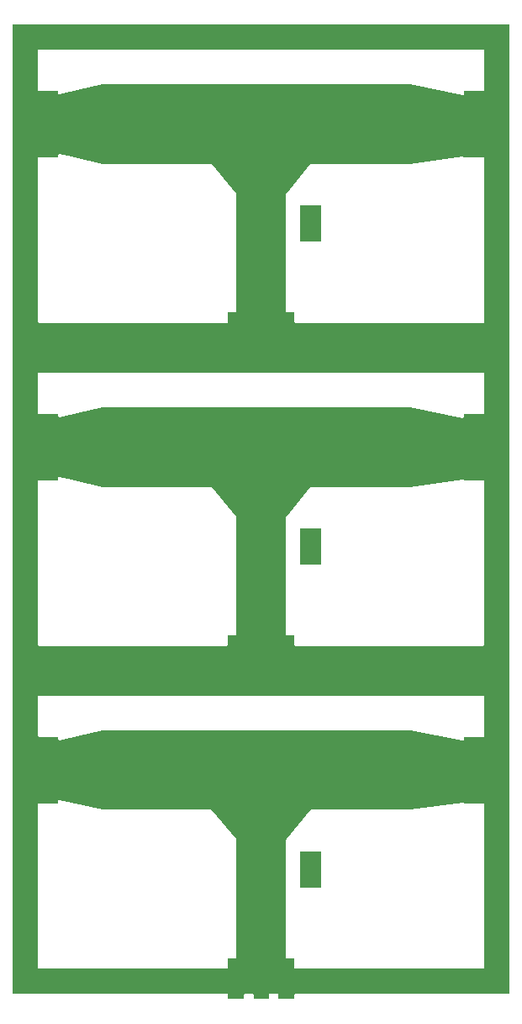
<source format=gbr>
G04 #@! TF.GenerationSoftware,KiCad,Pcbnew,(5.1.5)-3*
G04 #@! TF.CreationDate,2021-12-07T11:44:26+01:00*
G04 #@! TF.ProjectId,stitched capcoupler,73746974-6368-4656-9420-636170636f75,rev?*
G04 #@! TF.SameCoordinates,Original*
G04 #@! TF.FileFunction,Soldermask,Top*
G04 #@! TF.FilePolarity,Negative*
%FSLAX46Y46*%
G04 Gerber Fmt 4.6, Leading zero omitted, Abs format (unit mm)*
G04 Created by KiCad (PCBNEW (5.1.5)-3) date 2021-12-07 11:44:26*
%MOMM*%
%LPD*%
G04 APERTURE LIST*
%ADD10C,0.100000*%
G04 APERTURE END LIST*
D10*
G36*
X100000000Y-67500000D02*
G01*
X78465999Y-67500000D01*
X78441613Y-67502402D01*
X78418164Y-67509515D01*
X78396553Y-67521066D01*
X78377611Y-67536611D01*
X78362066Y-67555553D01*
X78350515Y-67577164D01*
X78343402Y-67600613D01*
X78341000Y-67624999D01*
X78341000Y-68051000D01*
X76739000Y-68051000D01*
X76739000Y-67624999D01*
X76736598Y-67600613D01*
X76729485Y-67577164D01*
X76717934Y-67555553D01*
X76702389Y-67536611D01*
X76683447Y-67521066D01*
X76661836Y-67509515D01*
X76638387Y-67502402D01*
X76614001Y-67500000D01*
X75875999Y-67500000D01*
X75851613Y-67502402D01*
X75828164Y-67509515D01*
X75806553Y-67521066D01*
X75787611Y-67536611D01*
X75772066Y-67555553D01*
X75760515Y-67577164D01*
X75753402Y-67600613D01*
X75751000Y-67624999D01*
X75751000Y-68051000D01*
X74249000Y-68051000D01*
X74249000Y-67624999D01*
X74246598Y-67600613D01*
X74239485Y-67577164D01*
X74227934Y-67555553D01*
X74212389Y-67536611D01*
X74193447Y-67521066D01*
X74171836Y-67509515D01*
X74148387Y-67502402D01*
X74124001Y-67500000D01*
X73385999Y-67500000D01*
X73361613Y-67502402D01*
X73338164Y-67509515D01*
X73316553Y-67521066D01*
X73297611Y-67536611D01*
X73282066Y-67555553D01*
X73270515Y-67577164D01*
X73263402Y-67600613D01*
X73261000Y-67624999D01*
X73261000Y-68051000D01*
X71659000Y-68051000D01*
X71659000Y-67624999D01*
X71656598Y-67600613D01*
X71649485Y-67577164D01*
X71637934Y-67555553D01*
X71622389Y-67536611D01*
X71603447Y-67521066D01*
X71581836Y-67509515D01*
X71558387Y-67502402D01*
X71534001Y-67500000D01*
X50000000Y-67500000D01*
X50000000Y-48465999D01*
X52500000Y-48465999D01*
X52500000Y-64875001D01*
X52502402Y-64899387D01*
X52509515Y-64922836D01*
X52521066Y-64944447D01*
X52536611Y-64963389D01*
X52555553Y-64978934D01*
X52577164Y-64990485D01*
X52600613Y-64997598D01*
X52624999Y-65000000D01*
X71534001Y-65000000D01*
X71558387Y-64997598D01*
X71581836Y-64990485D01*
X71603447Y-64978934D01*
X71622389Y-64963389D01*
X71637934Y-64944447D01*
X71649485Y-64922836D01*
X71656598Y-64899387D01*
X71659000Y-64875001D01*
X71659000Y-63949000D01*
X72375001Y-63949000D01*
X72399387Y-63946598D01*
X72422836Y-63939485D01*
X72444447Y-63927934D01*
X72463389Y-63912389D01*
X72478934Y-63893447D01*
X72490485Y-63871836D01*
X72497598Y-63848387D01*
X72500000Y-63824001D01*
X72500000Y-52045256D01*
X77500000Y-52045256D01*
X77500000Y-63824001D01*
X77502402Y-63848387D01*
X77509515Y-63871836D01*
X77521066Y-63893447D01*
X77536611Y-63912389D01*
X77555553Y-63927934D01*
X77577164Y-63939485D01*
X77600613Y-63946598D01*
X77624999Y-63949000D01*
X78341000Y-63949000D01*
X78341000Y-64875001D01*
X78343402Y-64899387D01*
X78350515Y-64922836D01*
X78362066Y-64944447D01*
X78377611Y-64963389D01*
X78396553Y-64978934D01*
X78418164Y-64990485D01*
X78441613Y-64997598D01*
X78465999Y-65000000D01*
X97375001Y-65000000D01*
X97399387Y-64997598D01*
X97422836Y-64990485D01*
X97444447Y-64978934D01*
X97463389Y-64963389D01*
X97478934Y-64944447D01*
X97490485Y-64922836D01*
X97497598Y-64899387D01*
X97500000Y-64875001D01*
X97500000Y-48465999D01*
X97497598Y-48441613D01*
X97490485Y-48418164D01*
X97478934Y-48396553D01*
X97463389Y-48377611D01*
X97444447Y-48362066D01*
X97422836Y-48350515D01*
X97399387Y-48343402D01*
X97375001Y-48341000D01*
X95423181Y-48341000D01*
X95412389Y-48327850D01*
X95393447Y-48312305D01*
X95371836Y-48300754D01*
X95348387Y-48293641D01*
X95324001Y-48291239D01*
X95307481Y-48292336D01*
X94667918Y-48377611D01*
X90000000Y-49000000D01*
X80058546Y-49000000D01*
X80034160Y-49002402D01*
X80010711Y-49009515D01*
X79989100Y-49021066D01*
X79962519Y-49044977D01*
X77528972Y-51965234D01*
X77515206Y-51985505D01*
X77505658Y-52008073D01*
X77500697Y-52032069D01*
X77500000Y-52045256D01*
X72500000Y-52045256D01*
X72497598Y-52020870D01*
X72490485Y-51997421D01*
X72478934Y-51975810D01*
X72471028Y-51965234D01*
X70037481Y-49044977D01*
X70020024Y-49027780D01*
X69999548Y-49014320D01*
X69976839Y-49005113D01*
X69941454Y-49000000D01*
X59000000Y-49000000D01*
X55928702Y-48291239D01*
X54704106Y-48008640D01*
X54679805Y-48005497D01*
X54655357Y-48007155D01*
X54631702Y-48013551D01*
X54609750Y-48024439D01*
X54590343Y-48039400D01*
X54574229Y-48057860D01*
X54562025Y-48079109D01*
X54554201Y-48102331D01*
X54551000Y-48130438D01*
X54551000Y-48341000D01*
X52624999Y-48341000D01*
X52600613Y-48343402D01*
X52577164Y-48350515D01*
X52555553Y-48362066D01*
X52536611Y-48377611D01*
X52521066Y-48396553D01*
X52509515Y-48418164D01*
X52502402Y-48441613D01*
X52500000Y-48465999D01*
X50000000Y-48465999D01*
X50000000Y-37624999D01*
X52500000Y-37624999D01*
X52500000Y-41534001D01*
X52502402Y-41558387D01*
X52509515Y-41581836D01*
X52521066Y-41603447D01*
X52536611Y-41622389D01*
X52555553Y-41637934D01*
X52577164Y-41649485D01*
X52600613Y-41656598D01*
X52624999Y-41659000D01*
X54551000Y-41659000D01*
X54551000Y-41869562D01*
X54553402Y-41893948D01*
X54560515Y-41917397D01*
X54572066Y-41939008D01*
X54587611Y-41957950D01*
X54606553Y-41973495D01*
X54628164Y-41985046D01*
X54651613Y-41992159D01*
X54675999Y-41994561D01*
X54704106Y-41991360D01*
X56848598Y-41496477D01*
X59000000Y-41000000D01*
X90000000Y-41000000D01*
X90006048Y-41001210D01*
X90006052Y-41001210D01*
X95299487Y-42059897D01*
X95323870Y-42062324D01*
X95348259Y-42059948D01*
X95371715Y-42052859D01*
X95393338Y-42041330D01*
X95412296Y-42025805D01*
X95427861Y-42006879D01*
X95439435Y-41985281D01*
X95446573Y-41961839D01*
X95449000Y-41937325D01*
X95449000Y-41659000D01*
X97375001Y-41659000D01*
X97399387Y-41656598D01*
X97422836Y-41649485D01*
X97444447Y-41637934D01*
X97463389Y-41622389D01*
X97478934Y-41603447D01*
X97490485Y-41581836D01*
X97497598Y-41558387D01*
X97500000Y-41534001D01*
X97500000Y-37624999D01*
X97497598Y-37600613D01*
X97490485Y-37577164D01*
X97478934Y-37555553D01*
X97463389Y-37536611D01*
X97444447Y-37521066D01*
X97422836Y-37509515D01*
X97399387Y-37502402D01*
X97375001Y-37500000D01*
X52624999Y-37500000D01*
X52600613Y-37502402D01*
X52577164Y-37509515D01*
X52555553Y-37521066D01*
X52536611Y-37536611D01*
X52521066Y-37555553D01*
X52509515Y-37577164D01*
X52502402Y-37600613D01*
X52500000Y-37624999D01*
X50000000Y-37624999D01*
X50000000Y-15965999D01*
X52500000Y-15965999D01*
X52500000Y-32375001D01*
X52502402Y-32399387D01*
X52509515Y-32422836D01*
X52521066Y-32444447D01*
X52536611Y-32463389D01*
X52555553Y-32478934D01*
X52577164Y-32490485D01*
X52600613Y-32497598D01*
X52624999Y-32500000D01*
X71534001Y-32500000D01*
X71558387Y-32497598D01*
X71581836Y-32490485D01*
X71603447Y-32478934D01*
X71622389Y-32463389D01*
X71637934Y-32444447D01*
X71649485Y-32422836D01*
X71656598Y-32399387D01*
X71659000Y-32375001D01*
X71659000Y-31449000D01*
X72375001Y-31449000D01*
X72399387Y-31446598D01*
X72422836Y-31439485D01*
X72444447Y-31427934D01*
X72463389Y-31412389D01*
X72478934Y-31393447D01*
X72490485Y-31371836D01*
X72497598Y-31348387D01*
X72500000Y-31324001D01*
X72500000Y-19545256D01*
X77500000Y-19545256D01*
X77500000Y-31324001D01*
X77502402Y-31348387D01*
X77509515Y-31371836D01*
X77521066Y-31393447D01*
X77536611Y-31412389D01*
X77555553Y-31427934D01*
X77577164Y-31439485D01*
X77600613Y-31446598D01*
X77624999Y-31449000D01*
X78341000Y-31449000D01*
X78341000Y-32375001D01*
X78343402Y-32399387D01*
X78350515Y-32422836D01*
X78362066Y-32444447D01*
X78377611Y-32463389D01*
X78396553Y-32478934D01*
X78418164Y-32490485D01*
X78441613Y-32497598D01*
X78465999Y-32500000D01*
X97375001Y-32500000D01*
X97399387Y-32497598D01*
X97422836Y-32490485D01*
X97444447Y-32478934D01*
X97463389Y-32463389D01*
X97478934Y-32444447D01*
X97490485Y-32422836D01*
X97497598Y-32399387D01*
X97500000Y-32375001D01*
X97500000Y-15965999D01*
X97497598Y-15941613D01*
X97490485Y-15918164D01*
X97478934Y-15896553D01*
X97463389Y-15877611D01*
X97444447Y-15862066D01*
X97422836Y-15850515D01*
X97399387Y-15843402D01*
X97375001Y-15841000D01*
X95423181Y-15841000D01*
X95412389Y-15827850D01*
X95393447Y-15812305D01*
X95371836Y-15800754D01*
X95348387Y-15793641D01*
X95324001Y-15791239D01*
X95307481Y-15792336D01*
X94667918Y-15877611D01*
X90000000Y-16500000D01*
X80058546Y-16500000D01*
X80034160Y-16502402D01*
X80010711Y-16509515D01*
X79989100Y-16521066D01*
X79962519Y-16544977D01*
X77528972Y-19465234D01*
X77515206Y-19485505D01*
X77505658Y-19508073D01*
X77500697Y-19532069D01*
X77500000Y-19545256D01*
X72500000Y-19545256D01*
X72497598Y-19520870D01*
X72490485Y-19497421D01*
X72478934Y-19475810D01*
X72471028Y-19465234D01*
X70037481Y-16544977D01*
X70020024Y-16527780D01*
X69999548Y-16514320D01*
X69976839Y-16505113D01*
X69941454Y-16500000D01*
X59000000Y-16500000D01*
X55928702Y-15791239D01*
X54704106Y-15508640D01*
X54679805Y-15505497D01*
X54655357Y-15507155D01*
X54631702Y-15513551D01*
X54609750Y-15524439D01*
X54590343Y-15539400D01*
X54574229Y-15557860D01*
X54562025Y-15579109D01*
X54554201Y-15602331D01*
X54551000Y-15630438D01*
X54551000Y-15841000D01*
X52624999Y-15841000D01*
X52600613Y-15843402D01*
X52577164Y-15850515D01*
X52555553Y-15862066D01*
X52536611Y-15877611D01*
X52521066Y-15896553D01*
X52509515Y-15918164D01*
X52502402Y-15941613D01*
X52500000Y-15965999D01*
X50000000Y-15965999D01*
X50000000Y-5124999D01*
X52500000Y-5124999D01*
X52500000Y-9034001D01*
X52502402Y-9058387D01*
X52509515Y-9081836D01*
X52521066Y-9103447D01*
X52536611Y-9122389D01*
X52555553Y-9137934D01*
X52577164Y-9149485D01*
X52600613Y-9156598D01*
X52624999Y-9159000D01*
X54551000Y-9159000D01*
X54551000Y-9369562D01*
X54553402Y-9393948D01*
X54560515Y-9417397D01*
X54572066Y-9439008D01*
X54587611Y-9457950D01*
X54606553Y-9473495D01*
X54628164Y-9485046D01*
X54651613Y-9492159D01*
X54675999Y-9494561D01*
X54704106Y-9491360D01*
X56848597Y-8996478D01*
X59000000Y-8500000D01*
X90000000Y-8500000D01*
X90006048Y-8501210D01*
X90006052Y-8501210D01*
X95299487Y-9559897D01*
X95323870Y-9562324D01*
X95348259Y-9559948D01*
X95371715Y-9552859D01*
X95393338Y-9541330D01*
X95412296Y-9525805D01*
X95427861Y-9506879D01*
X95439435Y-9485281D01*
X95446573Y-9461839D01*
X95449000Y-9437325D01*
X95449000Y-9159000D01*
X97375001Y-9159000D01*
X97399387Y-9156598D01*
X97422836Y-9149485D01*
X97444447Y-9137934D01*
X97463389Y-9122389D01*
X97478934Y-9103447D01*
X97490485Y-9081836D01*
X97497598Y-9058387D01*
X97500000Y-9034001D01*
X97500000Y-5124999D01*
X97497598Y-5100613D01*
X97490485Y-5077164D01*
X97478934Y-5055553D01*
X97463389Y-5036611D01*
X97444447Y-5021066D01*
X97422836Y-5009515D01*
X97399387Y-5002402D01*
X97375001Y-5000000D01*
X52624999Y-5000000D01*
X52600613Y-5002402D01*
X52577164Y-5009515D01*
X52555553Y-5021066D01*
X52536611Y-5036611D01*
X52521066Y-5055553D01*
X52509515Y-5077164D01*
X52502402Y-5100613D01*
X52500000Y-5124999D01*
X50000000Y-5124999D01*
X50000000Y16534001D01*
X52500000Y16534001D01*
X52500000Y124999D01*
X52502402Y100613D01*
X52509515Y77164D01*
X52521066Y55553D01*
X52536611Y36611D01*
X52555553Y21066D01*
X52577164Y9515D01*
X52600613Y2402D01*
X52624999Y0D01*
X71534001Y0D01*
X71558387Y2402D01*
X71581836Y9515D01*
X71603447Y21066D01*
X71622389Y36611D01*
X71637934Y55553D01*
X71649485Y77164D01*
X71656598Y100613D01*
X71659000Y124999D01*
X71659000Y1051000D01*
X72375001Y1051000D01*
X72399387Y1053402D01*
X72422836Y1060515D01*
X72444447Y1072066D01*
X72463389Y1087611D01*
X72478934Y1106553D01*
X72490485Y1128164D01*
X72497598Y1151613D01*
X72500000Y1175999D01*
X72500000Y12954744D01*
X77500000Y12954744D01*
X77500000Y1175999D01*
X77502402Y1151613D01*
X77509515Y1128164D01*
X77521066Y1106553D01*
X77536611Y1087611D01*
X77555553Y1072066D01*
X77577164Y1060515D01*
X77600613Y1053402D01*
X77624999Y1051000D01*
X78341000Y1051000D01*
X78341000Y124999D01*
X78343402Y100613D01*
X78350515Y77164D01*
X78362066Y55553D01*
X78377611Y36611D01*
X78396553Y21066D01*
X78418164Y9515D01*
X78441613Y2402D01*
X78465999Y0D01*
X97375001Y0D01*
X97399387Y2402D01*
X97422836Y9515D01*
X97444447Y21066D01*
X97463389Y36611D01*
X97478934Y55553D01*
X97490485Y77164D01*
X97497598Y100613D01*
X97500000Y124999D01*
X97500000Y16534001D01*
X97497598Y16558387D01*
X97490485Y16581836D01*
X97478934Y16603447D01*
X97463389Y16622389D01*
X97444447Y16637934D01*
X97422836Y16649485D01*
X97399387Y16656598D01*
X97375001Y16659000D01*
X95423181Y16659000D01*
X95412389Y16672150D01*
X95393447Y16687695D01*
X95371836Y16699246D01*
X95348387Y16706359D01*
X95324001Y16708761D01*
X95307481Y16707664D01*
X94667918Y16622389D01*
X90000000Y16000000D01*
X80058546Y16000000D01*
X80034160Y15997598D01*
X80010711Y15990485D01*
X79989100Y15978934D01*
X79962519Y15955023D01*
X77528972Y13034766D01*
X77515206Y13014495D01*
X77505658Y12991927D01*
X77500697Y12967931D01*
X77500000Y12954744D01*
X72500000Y12954744D01*
X72497598Y12979130D01*
X72490485Y13002579D01*
X72478934Y13024190D01*
X72471028Y13034766D01*
X70037481Y15955023D01*
X70020024Y15972220D01*
X69999548Y15985680D01*
X69976839Y15994887D01*
X69941454Y16000000D01*
X59000000Y16000000D01*
X55928702Y16708761D01*
X54704106Y16991360D01*
X54679805Y16994503D01*
X54655357Y16992845D01*
X54631702Y16986449D01*
X54609750Y16975561D01*
X54590343Y16960600D01*
X54574229Y16942140D01*
X54562025Y16920891D01*
X54554201Y16897669D01*
X54551000Y16869562D01*
X54551000Y16659000D01*
X52624999Y16659000D01*
X52600613Y16656598D01*
X52577164Y16649485D01*
X52555553Y16637934D01*
X52536611Y16622389D01*
X52521066Y16603447D01*
X52509515Y16581836D01*
X52502402Y16558387D01*
X52500000Y16534001D01*
X50000000Y16534001D01*
X50000000Y27375001D01*
X52500000Y27375001D01*
X52500000Y23465999D01*
X52502402Y23441613D01*
X52509515Y23418164D01*
X52521066Y23396553D01*
X52536611Y23377611D01*
X52555553Y23362066D01*
X52577164Y23350515D01*
X52600613Y23343402D01*
X52624999Y23341000D01*
X54551000Y23341000D01*
X54551000Y23130438D01*
X54553402Y23106052D01*
X54560515Y23082603D01*
X54572066Y23060992D01*
X54587611Y23042050D01*
X54606553Y23026505D01*
X54628164Y23014954D01*
X54651613Y23007841D01*
X54675999Y23005439D01*
X54704106Y23008640D01*
X56848597Y23503522D01*
X59000000Y24000000D01*
X90000000Y24000000D01*
X90006048Y23998790D01*
X90006052Y23998790D01*
X95299487Y22940103D01*
X95323870Y22937676D01*
X95348259Y22940052D01*
X95371715Y22947141D01*
X95393338Y22958670D01*
X95412296Y22974195D01*
X95427861Y22993121D01*
X95439435Y23014719D01*
X95446573Y23038161D01*
X95449000Y23062675D01*
X95449000Y23341000D01*
X97375001Y23341000D01*
X97399387Y23343402D01*
X97422836Y23350515D01*
X97444447Y23362066D01*
X97463389Y23377611D01*
X97478934Y23396553D01*
X97490485Y23418164D01*
X97497598Y23441613D01*
X97500000Y23465999D01*
X97500000Y27375001D01*
X97497598Y27399387D01*
X97490485Y27422836D01*
X97478934Y27444447D01*
X97463389Y27463389D01*
X97444447Y27478934D01*
X97422836Y27490485D01*
X97399387Y27497598D01*
X97375001Y27500000D01*
X52624999Y27500000D01*
X52600613Y27497598D01*
X52577164Y27490485D01*
X52555553Y27478934D01*
X52536611Y27463389D01*
X52521066Y27444447D01*
X52509515Y27422836D01*
X52502402Y27399387D01*
X52500000Y27375001D01*
X50000000Y27375001D01*
X50000000Y30000000D01*
X100000000Y30000000D01*
X100000000Y-67500000D01*
G37*
G36*
X81051000Y-56801000D02*
G01*
X78949000Y-56801000D01*
X78949000Y-53199000D01*
X81051000Y-53199000D01*
X81051000Y-56801000D01*
G37*
G36*
X81051000Y-24301000D02*
G01*
X78949000Y-24301000D01*
X78949000Y-20699000D01*
X81051000Y-20699000D01*
X81051000Y-24301000D01*
G37*
G36*
X81051000Y8199000D02*
G01*
X78949000Y8199000D01*
X78949000Y11801000D01*
X81051000Y11801000D01*
X81051000Y8199000D01*
G37*
M02*

</source>
